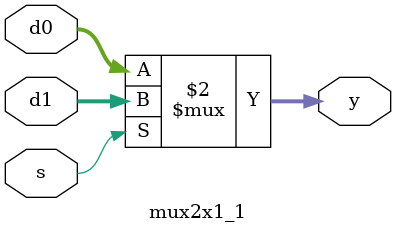
<source format=v>
module mux2x1_1 # (parameter WIDTH =32)
(input [WIDTH-1:0] d0, d1,
input s,
output [WIDTH-1:0] y);
assign y=(s==1'b0) ? d0 : d1;
endmodule
</source>
